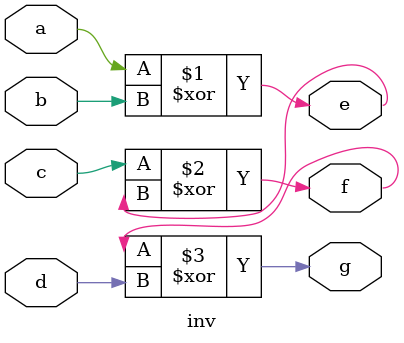
<source format=v>
`timescale 1ns / 1ps

module inv(
    input a,b,c,d,
    output e, f,g
    );
    assign e = (a^b);
    assign f = (c^e);
    assign g = (f^d);
endmodule

</source>
